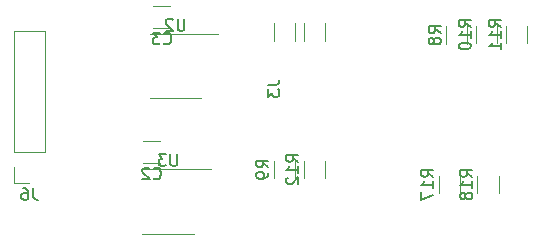
<source format=gbr>
%TF.GenerationSoftware,KiCad,Pcbnew,7.0.1-3b83917a11~172~ubuntu20.04.1*%
%TF.CreationDate,2023-04-20T14:28:58+02:00*%
%TF.ProjectId,alarmclock,616c6172-6d63-46c6-9f63-6b2e6b696361,rev?*%
%TF.SameCoordinates,Original*%
%TF.FileFunction,Legend,Bot*%
%TF.FilePolarity,Positive*%
%FSLAX46Y46*%
G04 Gerber Fmt 4.6, Leading zero omitted, Abs format (unit mm)*
G04 Created by KiCad (PCBNEW 7.0.1-3b83917a11~172~ubuntu20.04.1) date 2023-04-20 14:28:58*
%MOMM*%
%LPD*%
G01*
G04 APERTURE LIST*
%ADD10C,0.150000*%
%ADD11C,0.120000*%
G04 APERTURE END LIST*
D10*
%TO.C,J3*%
X98282619Y-46386666D02*
X98996904Y-46386666D01*
X98996904Y-46386666D02*
X99139761Y-46339047D01*
X99139761Y-46339047D02*
X99235000Y-46243809D01*
X99235000Y-46243809D02*
X99282619Y-46100952D01*
X99282619Y-46100952D02*
X99282619Y-46005714D01*
X98282619Y-46767619D02*
X98282619Y-47386666D01*
X98282619Y-47386666D02*
X98663571Y-47053333D01*
X98663571Y-47053333D02*
X98663571Y-47196190D01*
X98663571Y-47196190D02*
X98711190Y-47291428D01*
X98711190Y-47291428D02*
X98758809Y-47339047D01*
X98758809Y-47339047D02*
X98854047Y-47386666D01*
X98854047Y-47386666D02*
X99092142Y-47386666D01*
X99092142Y-47386666D02*
X99187380Y-47339047D01*
X99187380Y-47339047D02*
X99235000Y-47291428D01*
X99235000Y-47291428D02*
X99282619Y-47196190D01*
X99282619Y-47196190D02*
X99282619Y-46910476D01*
X99282619Y-46910476D02*
X99235000Y-46815238D01*
X99235000Y-46815238D02*
X99187380Y-46767619D01*
%TO.C,R10*%
X115472619Y-41459642D02*
X114996428Y-41126309D01*
X115472619Y-40888214D02*
X114472619Y-40888214D01*
X114472619Y-40888214D02*
X114472619Y-41269166D01*
X114472619Y-41269166D02*
X114520238Y-41364404D01*
X114520238Y-41364404D02*
X114567857Y-41412023D01*
X114567857Y-41412023D02*
X114663095Y-41459642D01*
X114663095Y-41459642D02*
X114805952Y-41459642D01*
X114805952Y-41459642D02*
X114901190Y-41412023D01*
X114901190Y-41412023D02*
X114948809Y-41364404D01*
X114948809Y-41364404D02*
X114996428Y-41269166D01*
X114996428Y-41269166D02*
X114996428Y-40888214D01*
X115472619Y-42412023D02*
X115472619Y-41840595D01*
X115472619Y-42126309D02*
X114472619Y-42126309D01*
X114472619Y-42126309D02*
X114615476Y-42031071D01*
X114615476Y-42031071D02*
X114710714Y-41935833D01*
X114710714Y-41935833D02*
X114758333Y-41840595D01*
X114472619Y-43031071D02*
X114472619Y-43126309D01*
X114472619Y-43126309D02*
X114520238Y-43221547D01*
X114520238Y-43221547D02*
X114567857Y-43269166D01*
X114567857Y-43269166D02*
X114663095Y-43316785D01*
X114663095Y-43316785D02*
X114853571Y-43364404D01*
X114853571Y-43364404D02*
X115091666Y-43364404D01*
X115091666Y-43364404D02*
X115282142Y-43316785D01*
X115282142Y-43316785D02*
X115377380Y-43269166D01*
X115377380Y-43269166D02*
X115425000Y-43221547D01*
X115425000Y-43221547D02*
X115472619Y-43126309D01*
X115472619Y-43126309D02*
X115472619Y-43031071D01*
X115472619Y-43031071D02*
X115425000Y-42935833D01*
X115425000Y-42935833D02*
X115377380Y-42888214D01*
X115377380Y-42888214D02*
X115282142Y-42840595D01*
X115282142Y-42840595D02*
X115091666Y-42792976D01*
X115091666Y-42792976D02*
X114853571Y-42792976D01*
X114853571Y-42792976D02*
X114663095Y-42840595D01*
X114663095Y-42840595D02*
X114567857Y-42888214D01*
X114567857Y-42888214D02*
X114520238Y-42935833D01*
X114520238Y-42935833D02*
X114472619Y-43031071D01*
%TO.C,C3*%
X89496666Y-42857380D02*
X89544285Y-42905000D01*
X89544285Y-42905000D02*
X89687142Y-42952619D01*
X89687142Y-42952619D02*
X89782380Y-42952619D01*
X89782380Y-42952619D02*
X89925237Y-42905000D01*
X89925237Y-42905000D02*
X90020475Y-42809761D01*
X90020475Y-42809761D02*
X90068094Y-42714523D01*
X90068094Y-42714523D02*
X90115713Y-42524047D01*
X90115713Y-42524047D02*
X90115713Y-42381190D01*
X90115713Y-42381190D02*
X90068094Y-42190714D01*
X90068094Y-42190714D02*
X90020475Y-42095476D01*
X90020475Y-42095476D02*
X89925237Y-42000238D01*
X89925237Y-42000238D02*
X89782380Y-41952619D01*
X89782380Y-41952619D02*
X89687142Y-41952619D01*
X89687142Y-41952619D02*
X89544285Y-42000238D01*
X89544285Y-42000238D02*
X89496666Y-42047857D01*
X89163332Y-41952619D02*
X88544285Y-41952619D01*
X88544285Y-41952619D02*
X88877618Y-42333571D01*
X88877618Y-42333571D02*
X88734761Y-42333571D01*
X88734761Y-42333571D02*
X88639523Y-42381190D01*
X88639523Y-42381190D02*
X88591904Y-42428809D01*
X88591904Y-42428809D02*
X88544285Y-42524047D01*
X88544285Y-42524047D02*
X88544285Y-42762142D01*
X88544285Y-42762142D02*
X88591904Y-42857380D01*
X88591904Y-42857380D02*
X88639523Y-42905000D01*
X88639523Y-42905000D02*
X88734761Y-42952619D01*
X88734761Y-42952619D02*
X89020475Y-42952619D01*
X89020475Y-42952619D02*
X89115713Y-42905000D01*
X89115713Y-42905000D02*
X89163332Y-42857380D01*
%TO.C,U2*%
X91244404Y-40787619D02*
X91244404Y-41597142D01*
X91244404Y-41597142D02*
X91196785Y-41692380D01*
X91196785Y-41692380D02*
X91149166Y-41740000D01*
X91149166Y-41740000D02*
X91053928Y-41787619D01*
X91053928Y-41787619D02*
X90863452Y-41787619D01*
X90863452Y-41787619D02*
X90768214Y-41740000D01*
X90768214Y-41740000D02*
X90720595Y-41692380D01*
X90720595Y-41692380D02*
X90672976Y-41597142D01*
X90672976Y-41597142D02*
X90672976Y-40787619D01*
X90244404Y-40882857D02*
X90196785Y-40835238D01*
X90196785Y-40835238D02*
X90101547Y-40787619D01*
X90101547Y-40787619D02*
X89863452Y-40787619D01*
X89863452Y-40787619D02*
X89768214Y-40835238D01*
X89768214Y-40835238D02*
X89720595Y-40882857D01*
X89720595Y-40882857D02*
X89672976Y-40978095D01*
X89672976Y-40978095D02*
X89672976Y-41073333D01*
X89672976Y-41073333D02*
X89720595Y-41216190D01*
X89720595Y-41216190D02*
X90292023Y-41787619D01*
X90292023Y-41787619D02*
X89672976Y-41787619D01*
%TO.C,R18*%
X115597619Y-54159642D02*
X115121428Y-53826309D01*
X115597619Y-53588214D02*
X114597619Y-53588214D01*
X114597619Y-53588214D02*
X114597619Y-53969166D01*
X114597619Y-53969166D02*
X114645238Y-54064404D01*
X114645238Y-54064404D02*
X114692857Y-54112023D01*
X114692857Y-54112023D02*
X114788095Y-54159642D01*
X114788095Y-54159642D02*
X114930952Y-54159642D01*
X114930952Y-54159642D02*
X115026190Y-54112023D01*
X115026190Y-54112023D02*
X115073809Y-54064404D01*
X115073809Y-54064404D02*
X115121428Y-53969166D01*
X115121428Y-53969166D02*
X115121428Y-53588214D01*
X115597619Y-55112023D02*
X115597619Y-54540595D01*
X115597619Y-54826309D02*
X114597619Y-54826309D01*
X114597619Y-54826309D02*
X114740476Y-54731071D01*
X114740476Y-54731071D02*
X114835714Y-54635833D01*
X114835714Y-54635833D02*
X114883333Y-54540595D01*
X115026190Y-55683452D02*
X114978571Y-55588214D01*
X114978571Y-55588214D02*
X114930952Y-55540595D01*
X114930952Y-55540595D02*
X114835714Y-55492976D01*
X114835714Y-55492976D02*
X114788095Y-55492976D01*
X114788095Y-55492976D02*
X114692857Y-55540595D01*
X114692857Y-55540595D02*
X114645238Y-55588214D01*
X114645238Y-55588214D02*
X114597619Y-55683452D01*
X114597619Y-55683452D02*
X114597619Y-55873928D01*
X114597619Y-55873928D02*
X114645238Y-55969166D01*
X114645238Y-55969166D02*
X114692857Y-56016785D01*
X114692857Y-56016785D02*
X114788095Y-56064404D01*
X114788095Y-56064404D02*
X114835714Y-56064404D01*
X114835714Y-56064404D02*
X114930952Y-56016785D01*
X114930952Y-56016785D02*
X114978571Y-55969166D01*
X114978571Y-55969166D02*
X115026190Y-55873928D01*
X115026190Y-55873928D02*
X115026190Y-55683452D01*
X115026190Y-55683452D02*
X115073809Y-55588214D01*
X115073809Y-55588214D02*
X115121428Y-55540595D01*
X115121428Y-55540595D02*
X115216666Y-55492976D01*
X115216666Y-55492976D02*
X115407142Y-55492976D01*
X115407142Y-55492976D02*
X115502380Y-55540595D01*
X115502380Y-55540595D02*
X115550000Y-55588214D01*
X115550000Y-55588214D02*
X115597619Y-55683452D01*
X115597619Y-55683452D02*
X115597619Y-55873928D01*
X115597619Y-55873928D02*
X115550000Y-55969166D01*
X115550000Y-55969166D02*
X115502380Y-56016785D01*
X115502380Y-56016785D02*
X115407142Y-56064404D01*
X115407142Y-56064404D02*
X115216666Y-56064404D01*
X115216666Y-56064404D02*
X115121428Y-56016785D01*
X115121428Y-56016785D02*
X115073809Y-55969166D01*
X115073809Y-55969166D02*
X115026190Y-55873928D01*
%TO.C,R12*%
X100877619Y-52889642D02*
X100401428Y-52556309D01*
X100877619Y-52318214D02*
X99877619Y-52318214D01*
X99877619Y-52318214D02*
X99877619Y-52699166D01*
X99877619Y-52699166D02*
X99925238Y-52794404D01*
X99925238Y-52794404D02*
X99972857Y-52842023D01*
X99972857Y-52842023D02*
X100068095Y-52889642D01*
X100068095Y-52889642D02*
X100210952Y-52889642D01*
X100210952Y-52889642D02*
X100306190Y-52842023D01*
X100306190Y-52842023D02*
X100353809Y-52794404D01*
X100353809Y-52794404D02*
X100401428Y-52699166D01*
X100401428Y-52699166D02*
X100401428Y-52318214D01*
X100877619Y-53842023D02*
X100877619Y-53270595D01*
X100877619Y-53556309D02*
X99877619Y-53556309D01*
X99877619Y-53556309D02*
X100020476Y-53461071D01*
X100020476Y-53461071D02*
X100115714Y-53365833D01*
X100115714Y-53365833D02*
X100163333Y-53270595D01*
X99972857Y-54222976D02*
X99925238Y-54270595D01*
X99925238Y-54270595D02*
X99877619Y-54365833D01*
X99877619Y-54365833D02*
X99877619Y-54603928D01*
X99877619Y-54603928D02*
X99925238Y-54699166D01*
X99925238Y-54699166D02*
X99972857Y-54746785D01*
X99972857Y-54746785D02*
X100068095Y-54794404D01*
X100068095Y-54794404D02*
X100163333Y-54794404D01*
X100163333Y-54794404D02*
X100306190Y-54746785D01*
X100306190Y-54746785D02*
X100877619Y-54175357D01*
X100877619Y-54175357D02*
X100877619Y-54794404D01*
%TO.C,R17*%
X112307619Y-54159642D02*
X111831428Y-53826309D01*
X112307619Y-53588214D02*
X111307619Y-53588214D01*
X111307619Y-53588214D02*
X111307619Y-53969166D01*
X111307619Y-53969166D02*
X111355238Y-54064404D01*
X111355238Y-54064404D02*
X111402857Y-54112023D01*
X111402857Y-54112023D02*
X111498095Y-54159642D01*
X111498095Y-54159642D02*
X111640952Y-54159642D01*
X111640952Y-54159642D02*
X111736190Y-54112023D01*
X111736190Y-54112023D02*
X111783809Y-54064404D01*
X111783809Y-54064404D02*
X111831428Y-53969166D01*
X111831428Y-53969166D02*
X111831428Y-53588214D01*
X112307619Y-55112023D02*
X112307619Y-54540595D01*
X112307619Y-54826309D02*
X111307619Y-54826309D01*
X111307619Y-54826309D02*
X111450476Y-54731071D01*
X111450476Y-54731071D02*
X111545714Y-54635833D01*
X111545714Y-54635833D02*
X111593333Y-54540595D01*
X111307619Y-55445357D02*
X111307619Y-56112023D01*
X111307619Y-56112023D02*
X112307619Y-55683452D01*
%TO.C,U3*%
X90619404Y-52247619D02*
X90619404Y-53057142D01*
X90619404Y-53057142D02*
X90571785Y-53152380D01*
X90571785Y-53152380D02*
X90524166Y-53200000D01*
X90524166Y-53200000D02*
X90428928Y-53247619D01*
X90428928Y-53247619D02*
X90238452Y-53247619D01*
X90238452Y-53247619D02*
X90143214Y-53200000D01*
X90143214Y-53200000D02*
X90095595Y-53152380D01*
X90095595Y-53152380D02*
X90047976Y-53057142D01*
X90047976Y-53057142D02*
X90047976Y-52247619D01*
X89667023Y-52247619D02*
X89047976Y-52247619D01*
X89047976Y-52247619D02*
X89381309Y-52628571D01*
X89381309Y-52628571D02*
X89238452Y-52628571D01*
X89238452Y-52628571D02*
X89143214Y-52676190D01*
X89143214Y-52676190D02*
X89095595Y-52723809D01*
X89095595Y-52723809D02*
X89047976Y-52819047D01*
X89047976Y-52819047D02*
X89047976Y-53057142D01*
X89047976Y-53057142D02*
X89095595Y-53152380D01*
X89095595Y-53152380D02*
X89143214Y-53200000D01*
X89143214Y-53200000D02*
X89238452Y-53247619D01*
X89238452Y-53247619D02*
X89524166Y-53247619D01*
X89524166Y-53247619D02*
X89619404Y-53200000D01*
X89619404Y-53200000D02*
X89667023Y-53152380D01*
%TO.C,R9*%
X98337619Y-53365833D02*
X97861428Y-53032500D01*
X98337619Y-52794405D02*
X97337619Y-52794405D01*
X97337619Y-52794405D02*
X97337619Y-53175357D01*
X97337619Y-53175357D02*
X97385238Y-53270595D01*
X97385238Y-53270595D02*
X97432857Y-53318214D01*
X97432857Y-53318214D02*
X97528095Y-53365833D01*
X97528095Y-53365833D02*
X97670952Y-53365833D01*
X97670952Y-53365833D02*
X97766190Y-53318214D01*
X97766190Y-53318214D02*
X97813809Y-53270595D01*
X97813809Y-53270595D02*
X97861428Y-53175357D01*
X97861428Y-53175357D02*
X97861428Y-52794405D01*
X98337619Y-53842024D02*
X98337619Y-54032500D01*
X98337619Y-54032500D02*
X98290000Y-54127738D01*
X98290000Y-54127738D02*
X98242380Y-54175357D01*
X98242380Y-54175357D02*
X98099523Y-54270595D01*
X98099523Y-54270595D02*
X97909047Y-54318214D01*
X97909047Y-54318214D02*
X97528095Y-54318214D01*
X97528095Y-54318214D02*
X97432857Y-54270595D01*
X97432857Y-54270595D02*
X97385238Y-54222976D01*
X97385238Y-54222976D02*
X97337619Y-54127738D01*
X97337619Y-54127738D02*
X97337619Y-53937262D01*
X97337619Y-53937262D02*
X97385238Y-53842024D01*
X97385238Y-53842024D02*
X97432857Y-53794405D01*
X97432857Y-53794405D02*
X97528095Y-53746786D01*
X97528095Y-53746786D02*
X97766190Y-53746786D01*
X97766190Y-53746786D02*
X97861428Y-53794405D01*
X97861428Y-53794405D02*
X97909047Y-53842024D01*
X97909047Y-53842024D02*
X97956666Y-53937262D01*
X97956666Y-53937262D02*
X97956666Y-54127738D01*
X97956666Y-54127738D02*
X97909047Y-54222976D01*
X97909047Y-54222976D02*
X97861428Y-54270595D01*
X97861428Y-54270595D02*
X97766190Y-54318214D01*
%TO.C,R8*%
X112932619Y-41995833D02*
X112456428Y-41662500D01*
X112932619Y-41424405D02*
X111932619Y-41424405D01*
X111932619Y-41424405D02*
X111932619Y-41805357D01*
X111932619Y-41805357D02*
X111980238Y-41900595D01*
X111980238Y-41900595D02*
X112027857Y-41948214D01*
X112027857Y-41948214D02*
X112123095Y-41995833D01*
X112123095Y-41995833D02*
X112265952Y-41995833D01*
X112265952Y-41995833D02*
X112361190Y-41948214D01*
X112361190Y-41948214D02*
X112408809Y-41900595D01*
X112408809Y-41900595D02*
X112456428Y-41805357D01*
X112456428Y-41805357D02*
X112456428Y-41424405D01*
X112361190Y-42567262D02*
X112313571Y-42472024D01*
X112313571Y-42472024D02*
X112265952Y-42424405D01*
X112265952Y-42424405D02*
X112170714Y-42376786D01*
X112170714Y-42376786D02*
X112123095Y-42376786D01*
X112123095Y-42376786D02*
X112027857Y-42424405D01*
X112027857Y-42424405D02*
X111980238Y-42472024D01*
X111980238Y-42472024D02*
X111932619Y-42567262D01*
X111932619Y-42567262D02*
X111932619Y-42757738D01*
X111932619Y-42757738D02*
X111980238Y-42852976D01*
X111980238Y-42852976D02*
X112027857Y-42900595D01*
X112027857Y-42900595D02*
X112123095Y-42948214D01*
X112123095Y-42948214D02*
X112170714Y-42948214D01*
X112170714Y-42948214D02*
X112265952Y-42900595D01*
X112265952Y-42900595D02*
X112313571Y-42852976D01*
X112313571Y-42852976D02*
X112361190Y-42757738D01*
X112361190Y-42757738D02*
X112361190Y-42567262D01*
X112361190Y-42567262D02*
X112408809Y-42472024D01*
X112408809Y-42472024D02*
X112456428Y-42424405D01*
X112456428Y-42424405D02*
X112551666Y-42376786D01*
X112551666Y-42376786D02*
X112742142Y-42376786D01*
X112742142Y-42376786D02*
X112837380Y-42424405D01*
X112837380Y-42424405D02*
X112885000Y-42472024D01*
X112885000Y-42472024D02*
X112932619Y-42567262D01*
X112932619Y-42567262D02*
X112932619Y-42757738D01*
X112932619Y-42757738D02*
X112885000Y-42852976D01*
X112885000Y-42852976D02*
X112837380Y-42900595D01*
X112837380Y-42900595D02*
X112742142Y-42948214D01*
X112742142Y-42948214D02*
X112551666Y-42948214D01*
X112551666Y-42948214D02*
X112456428Y-42900595D01*
X112456428Y-42900595D02*
X112408809Y-42852976D01*
X112408809Y-42852976D02*
X112361190Y-42757738D01*
%TO.C,J6*%
X78438333Y-55132619D02*
X78438333Y-55846904D01*
X78438333Y-55846904D02*
X78485952Y-55989761D01*
X78485952Y-55989761D02*
X78581190Y-56085000D01*
X78581190Y-56085000D02*
X78724047Y-56132619D01*
X78724047Y-56132619D02*
X78819285Y-56132619D01*
X77533571Y-55132619D02*
X77724047Y-55132619D01*
X77724047Y-55132619D02*
X77819285Y-55180238D01*
X77819285Y-55180238D02*
X77866904Y-55227857D01*
X77866904Y-55227857D02*
X77962142Y-55370714D01*
X77962142Y-55370714D02*
X78009761Y-55561190D01*
X78009761Y-55561190D02*
X78009761Y-55942142D01*
X78009761Y-55942142D02*
X77962142Y-56037380D01*
X77962142Y-56037380D02*
X77914523Y-56085000D01*
X77914523Y-56085000D02*
X77819285Y-56132619D01*
X77819285Y-56132619D02*
X77628809Y-56132619D01*
X77628809Y-56132619D02*
X77533571Y-56085000D01*
X77533571Y-56085000D02*
X77485952Y-56037380D01*
X77485952Y-56037380D02*
X77438333Y-55942142D01*
X77438333Y-55942142D02*
X77438333Y-55704047D01*
X77438333Y-55704047D02*
X77485952Y-55608809D01*
X77485952Y-55608809D02*
X77533571Y-55561190D01*
X77533571Y-55561190D02*
X77628809Y-55513571D01*
X77628809Y-55513571D02*
X77819285Y-55513571D01*
X77819285Y-55513571D02*
X77914523Y-55561190D01*
X77914523Y-55561190D02*
X77962142Y-55608809D01*
X77962142Y-55608809D02*
X78009761Y-55704047D01*
%TO.C,C2*%
X88636666Y-54287380D02*
X88684285Y-54335000D01*
X88684285Y-54335000D02*
X88827142Y-54382619D01*
X88827142Y-54382619D02*
X88922380Y-54382619D01*
X88922380Y-54382619D02*
X89065237Y-54335000D01*
X89065237Y-54335000D02*
X89160475Y-54239761D01*
X89160475Y-54239761D02*
X89208094Y-54144523D01*
X89208094Y-54144523D02*
X89255713Y-53954047D01*
X89255713Y-53954047D02*
X89255713Y-53811190D01*
X89255713Y-53811190D02*
X89208094Y-53620714D01*
X89208094Y-53620714D02*
X89160475Y-53525476D01*
X89160475Y-53525476D02*
X89065237Y-53430238D01*
X89065237Y-53430238D02*
X88922380Y-53382619D01*
X88922380Y-53382619D02*
X88827142Y-53382619D01*
X88827142Y-53382619D02*
X88684285Y-53430238D01*
X88684285Y-53430238D02*
X88636666Y-53477857D01*
X88255713Y-53477857D02*
X88208094Y-53430238D01*
X88208094Y-53430238D02*
X88112856Y-53382619D01*
X88112856Y-53382619D02*
X87874761Y-53382619D01*
X87874761Y-53382619D02*
X87779523Y-53430238D01*
X87779523Y-53430238D02*
X87731904Y-53477857D01*
X87731904Y-53477857D02*
X87684285Y-53573095D01*
X87684285Y-53573095D02*
X87684285Y-53668333D01*
X87684285Y-53668333D02*
X87731904Y-53811190D01*
X87731904Y-53811190D02*
X88303332Y-54382619D01*
X88303332Y-54382619D02*
X87684285Y-54382619D01*
%TO.C,R11*%
X118012619Y-41459642D02*
X117536428Y-41126309D01*
X118012619Y-40888214D02*
X117012619Y-40888214D01*
X117012619Y-40888214D02*
X117012619Y-41269166D01*
X117012619Y-41269166D02*
X117060238Y-41364404D01*
X117060238Y-41364404D02*
X117107857Y-41412023D01*
X117107857Y-41412023D02*
X117203095Y-41459642D01*
X117203095Y-41459642D02*
X117345952Y-41459642D01*
X117345952Y-41459642D02*
X117441190Y-41412023D01*
X117441190Y-41412023D02*
X117488809Y-41364404D01*
X117488809Y-41364404D02*
X117536428Y-41269166D01*
X117536428Y-41269166D02*
X117536428Y-40888214D01*
X118012619Y-42412023D02*
X118012619Y-41840595D01*
X118012619Y-42126309D02*
X117012619Y-42126309D01*
X117012619Y-42126309D02*
X117155476Y-42031071D01*
X117155476Y-42031071D02*
X117250714Y-41935833D01*
X117250714Y-41935833D02*
X117298333Y-41840595D01*
X118012619Y-43364404D02*
X118012619Y-42792976D01*
X118012619Y-43078690D02*
X117012619Y-43078690D01*
X117012619Y-43078690D02*
X117155476Y-42983452D01*
X117155476Y-42983452D02*
X117250714Y-42888214D01*
X117250714Y-42888214D02*
X117298333Y-42792976D01*
D11*
%TO.C,R10*%
X115920000Y-41375436D02*
X115920000Y-42829564D01*
X117740000Y-41375436D02*
X117740000Y-42829564D01*
%TO.C,C3*%
X88618748Y-41550000D02*
X90041252Y-41550000D01*
X88618748Y-39730000D02*
X90041252Y-39730000D01*
%TO.C,U2*%
X90482500Y-42040000D02*
X88282500Y-42040000D01*
X90482500Y-42040000D02*
X94082500Y-42040000D01*
X90482500Y-47510000D02*
X88282500Y-47510000D01*
X90482500Y-47510000D02*
X92682500Y-47510000D01*
%TO.C,R4*%
X101325000Y-41182936D02*
X101325000Y-42637064D01*
X103145000Y-41182936D02*
X103145000Y-42637064D01*
%TO.C,R18*%
X116045000Y-54075436D02*
X116045000Y-55529564D01*
X117865000Y-54075436D02*
X117865000Y-55529564D01*
%TO.C,R12*%
X101325000Y-52805436D02*
X101325000Y-54259564D01*
X103145000Y-52805436D02*
X103145000Y-54259564D01*
%TO.C,R17*%
X112755000Y-54075436D02*
X112755000Y-55529564D01*
X114575000Y-54075436D02*
X114575000Y-55529564D01*
%TO.C,U3*%
X89857500Y-53500000D02*
X87657500Y-53500000D01*
X89857500Y-53500000D02*
X93457500Y-53500000D01*
X89857500Y-58970000D02*
X87657500Y-58970000D01*
X89857500Y-58970000D02*
X92057500Y-58970000D01*
%TO.C,R9*%
X98785000Y-52805436D02*
X98785000Y-54259564D01*
X100605000Y-52805436D02*
X100605000Y-54259564D01*
%TO.C,R8*%
X113380000Y-41435436D02*
X113380000Y-42889564D01*
X115200000Y-41435436D02*
X115200000Y-42889564D01*
%TO.C,J6*%
X79435000Y-52070000D02*
X79435000Y-41850000D01*
X76775000Y-54670000D02*
X78105000Y-54670000D01*
X76775000Y-53340000D02*
X76775000Y-54670000D01*
X76775000Y-52070000D02*
X79435000Y-52070000D01*
X76775000Y-52070000D02*
X76775000Y-41850000D01*
X76775000Y-41850000D02*
X79435000Y-41850000D01*
%TO.C,C2*%
X87758748Y-52980000D02*
X89181252Y-52980000D01*
X87758748Y-51160000D02*
X89181252Y-51160000D01*
%TO.C,R3*%
X98785000Y-41182936D02*
X98785000Y-42637064D01*
X100605000Y-41182936D02*
X100605000Y-42637064D01*
%TO.C,R11*%
X118460000Y-41375436D02*
X118460000Y-42829564D01*
X120280000Y-41375436D02*
X120280000Y-42829564D01*
%TD*%
M02*

</source>
